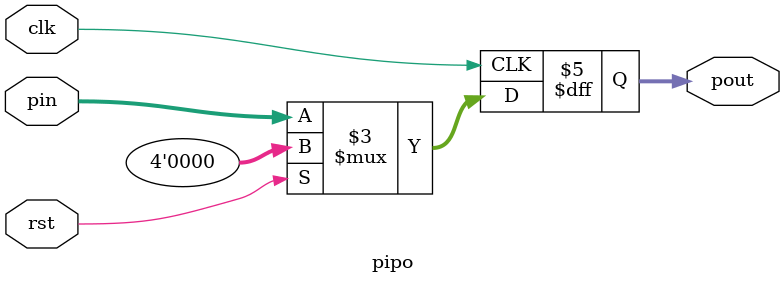
<source format=v>
`timescale 1ns / 1ps


module pipo(pin,pout,clk,rst );
input [3:0] pin;
input clk,rst;
output reg [3:0] pout;

always @(posedge clk)
begin
if(rst)
pout<=4'b0;
else 
pout<=pin;

end

endmodule

</source>
